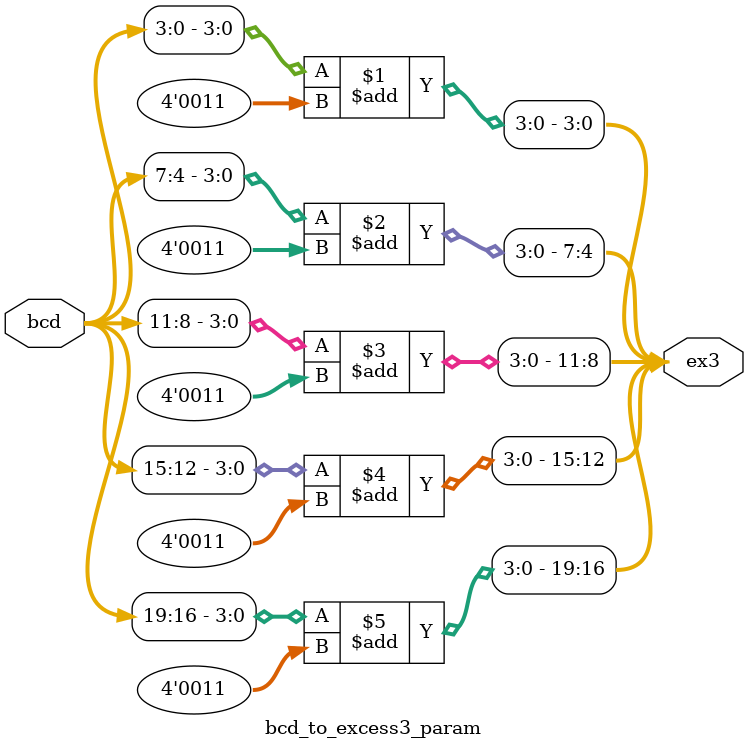
<source format=v>
module bcd_to_excess3_param #(
    parameter integer DIGITS = 5
)(
    input  wire [DIGITS*4-1:0] bcd,
    output wire [DIGITS*4-1:0] ex3
);
    genvar d;
    generate
        for (d = 0; d < DIGITS; d = d + 1) begin : GEN_BCD2EX3
            assign ex3[d*4 +: 4] = bcd[d*4 +: 4] + 4'd3;
        end
    endgenerate
endmodule

</source>
